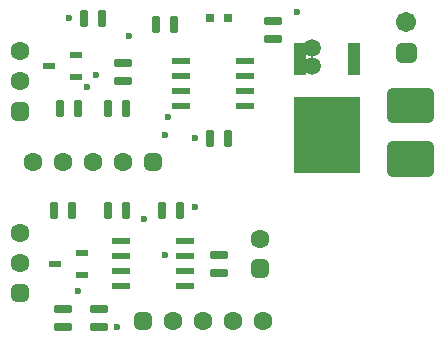
<source format=gts>
G04 Generated by Ultiboard 14.1 *
%FSLAX24Y24*%
%MOIN*%

%ADD10C,0.0001*%
%ADD11C,0.0633*%
%ADD12R,0.0208X0.0208*%
%ADD13C,0.0392*%
%ADD14R,0.0610X0.0236*%
%ADD15C,0.0236*%
%ADD16R,0.0417X0.0108*%
%ADD17C,0.0167*%
%ADD18R,0.0108X0.0417*%
%ADD19R,0.1181X0.0787*%
%ADD20C,0.0394*%
%ADD21R,0.0315X0.0315*%
%ADD22R,0.0394X0.0236*%
%ADD23C,0.0674*%
%ADD24R,0.0320X0.0320*%
%ADD25C,0.0350*%
%ADD26C,0.0591*%
%ADD27R,0.0394X0.1102*%
%ADD28R,0.2185X0.2559*%


G04 ColorRGB FF00CC for the following layer *
%LNSolder Mask Top*%
%LPD*%
G54D10*
G54D11*
X780Y10830D03*
X780Y11830D03*
X5880Y8890D03*
X6880Y8890D03*
X8880Y8890D03*
X7880Y8890D03*
X8780Y11640D03*
X780Y16880D03*
X780Y17880D03*
X4210Y14200D03*
X3210Y14200D03*
X1210Y14200D03*
X2210Y14200D03*
G54D12*
X780Y9830D03*
X4880Y8890D03*
X8780Y10640D03*
X780Y15880D03*
X5210Y14200D03*
G54D13*
X676Y9726D02*
X884Y9726D01*
X884Y9934D01*
X676Y9934D01*
X676Y9726D01*D02*
X4776Y8786D02*
X4984Y8786D01*
X4984Y8994D01*
X4776Y8994D01*
X4776Y8786D01*D02*
X8676Y10536D02*
X8884Y10536D01*
X8884Y10744D01*
X8676Y10744D01*
X8676Y10536D01*D02*
X676Y15776D02*
X884Y15776D01*
X884Y15984D01*
X676Y15984D01*
X676Y15776D01*D02*
X5106Y14096D02*
X5314Y14096D01*
X5314Y14304D01*
X5106Y14304D01*
X5106Y14096D01*D02*
G54D14*
X4137Y10050D03*
X6263Y10050D03*
X4137Y10550D03*
X4137Y11050D03*
X6263Y10550D03*
X6263Y11050D03*
X4137Y11550D03*
X6263Y11550D03*
X6137Y16050D03*
X8263Y16050D03*
X6137Y16550D03*
X6137Y17050D03*
X8263Y16550D03*
X8263Y17050D03*
X6137Y17550D03*
X8263Y17550D03*
G54D15*
X6600Y12700D03*
X4900Y12300D03*
X2700Y9900D03*
X4000Y8700D03*
X5600Y11100D03*
X2400Y19000D03*
X14400Y13900D03*
X4400Y18400D03*
X10000Y19200D03*
X3000Y16700D03*
X5600Y15100D03*
X6600Y15000D03*
X5700Y15700D03*
X3300Y17100D03*
X13200Y14700D03*
X14400Y14700D03*
X13200Y13900D03*
X10300Y15900D03*
X10300Y14200D03*
X10300Y15000D03*
X11000Y14200D03*
X11000Y15000D03*
X11000Y15900D03*
X11700Y14200D03*
X11700Y15000D03*
X11700Y15900D03*
G54D16*
X4200Y17500D03*
X4200Y16900D03*
X7400Y11100D03*
X7400Y10500D03*
X9200Y18300D03*
X9200Y18900D03*
X3400Y8700D03*
X3400Y9300D03*
X2200Y8700D03*
X2200Y9300D03*
G54D17*
X3992Y17446D02*
X4408Y17446D01*
X4408Y17554D01*
X3992Y17554D01*
X3992Y17446D01*D02*
X3992Y16846D02*
X4408Y16846D01*
X4408Y16954D01*
X3992Y16954D01*
X3992Y16846D01*D02*
X5246Y18592D02*
X5354Y18592D01*
X5354Y19008D01*
X5246Y19008D01*
X5246Y18592D01*D02*
X5846Y18592D02*
X5954Y18592D01*
X5954Y19008D01*
X5846Y19008D01*
X5846Y18592D01*D02*
X7046Y14792D02*
X7154Y14792D01*
X7154Y15208D01*
X7046Y15208D01*
X7046Y14792D01*D02*
X7646Y14792D02*
X7754Y14792D01*
X7754Y15208D01*
X7646Y15208D01*
X7646Y14792D01*D02*
X2846Y18792D02*
X2954Y18792D01*
X2954Y19208D01*
X2846Y19208D01*
X2846Y18792D01*D02*
X3446Y18792D02*
X3554Y18792D01*
X3554Y19208D01*
X3446Y19208D01*
X3446Y18792D01*D02*
X2046Y15792D02*
X2154Y15792D01*
X2154Y16208D01*
X2046Y16208D01*
X2046Y15792D01*D02*
X2646Y15792D02*
X2754Y15792D01*
X2754Y16208D01*
X2646Y16208D01*
X2646Y15792D01*D02*
X3646Y12392D02*
X3754Y12392D01*
X3754Y12808D01*
X3646Y12808D01*
X3646Y12392D01*D02*
X4246Y12392D02*
X4354Y12392D01*
X4354Y12808D01*
X4246Y12808D01*
X4246Y12392D01*D02*
X1846Y12392D02*
X1954Y12392D01*
X1954Y12808D01*
X1846Y12808D01*
X1846Y12392D01*D02*
X2446Y12392D02*
X2554Y12392D01*
X2554Y12808D01*
X2446Y12808D01*
X2446Y12392D01*D02*
X5446Y12392D02*
X5554Y12392D01*
X5554Y12808D01*
X5446Y12808D01*
X5446Y12392D01*D02*
X6046Y12392D02*
X6154Y12392D01*
X6154Y12808D01*
X6046Y12808D01*
X6046Y12392D01*D02*
X3646Y15792D02*
X3754Y15792D01*
X3754Y16208D01*
X3646Y16208D01*
X3646Y15792D01*D02*
X4246Y15792D02*
X4354Y15792D01*
X4354Y16208D01*
X4246Y16208D01*
X4246Y15792D01*D02*
X7192Y11046D02*
X7608Y11046D01*
X7608Y11154D01*
X7192Y11154D01*
X7192Y11046D01*D02*
X7192Y10446D02*
X7608Y10446D01*
X7608Y10554D01*
X7192Y10554D01*
X7192Y10446D01*D02*
X8992Y18246D02*
X9408Y18246D01*
X9408Y18354D01*
X8992Y18354D01*
X8992Y18246D01*D02*
X8992Y18846D02*
X9408Y18846D01*
X9408Y18954D01*
X8992Y18954D01*
X8992Y18846D01*D02*
X3192Y8646D02*
X3608Y8646D01*
X3608Y8754D01*
X3192Y8754D01*
X3192Y8646D01*D02*
X3192Y9246D02*
X3608Y9246D01*
X3608Y9354D01*
X3192Y9354D01*
X3192Y9246D01*D02*
X1992Y8646D02*
X2408Y8646D01*
X2408Y8754D01*
X1992Y8754D01*
X1992Y8646D01*D02*
X1992Y9246D02*
X2408Y9246D01*
X2408Y9354D01*
X1992Y9354D01*
X1992Y9246D01*D02*
G54D18*
X5300Y18800D03*
X5900Y18800D03*
X7100Y15000D03*
X7700Y15000D03*
X2900Y19000D03*
X3500Y19000D03*
X2100Y16000D03*
X2700Y16000D03*
X3700Y12600D03*
X4300Y12600D03*
X1900Y12600D03*
X2500Y12600D03*
X5500Y12600D03*
X6100Y12600D03*
X3700Y16000D03*
X4300Y16000D03*
G54D19*
X13800Y14300D03*
X13800Y16072D03*
G54D20*
X13210Y13907D02*
X14390Y13907D01*
X14390Y14693D01*
X13210Y14693D01*
X13210Y13907D01*D02*
X13210Y15679D02*
X14390Y15679D01*
X14390Y16465D01*
X13210Y16465D01*
X13210Y15679D01*D02*
G54D21*
X7100Y19000D03*
X7710Y19000D03*
G54D22*
X2653Y17026D03*
X1747Y17400D03*
X2653Y17774D03*
X1947Y10800D03*
X2853Y10426D03*
X2853Y11174D03*
G54D23*
X13650Y18850D03*
G54D24*
X13650Y17850D03*
G54D25*
X13490Y17690D02*
X13810Y17690D01*
X13810Y18010D01*
X13490Y18010D01*
X13490Y17690D01*D02*
G54D26*
X10500Y18000D03*
X10500Y17400D03*
G54D27*
X10098Y17634D03*
X11902Y17634D03*
G54D28*
X11000Y15094D03*

M02*

</source>
